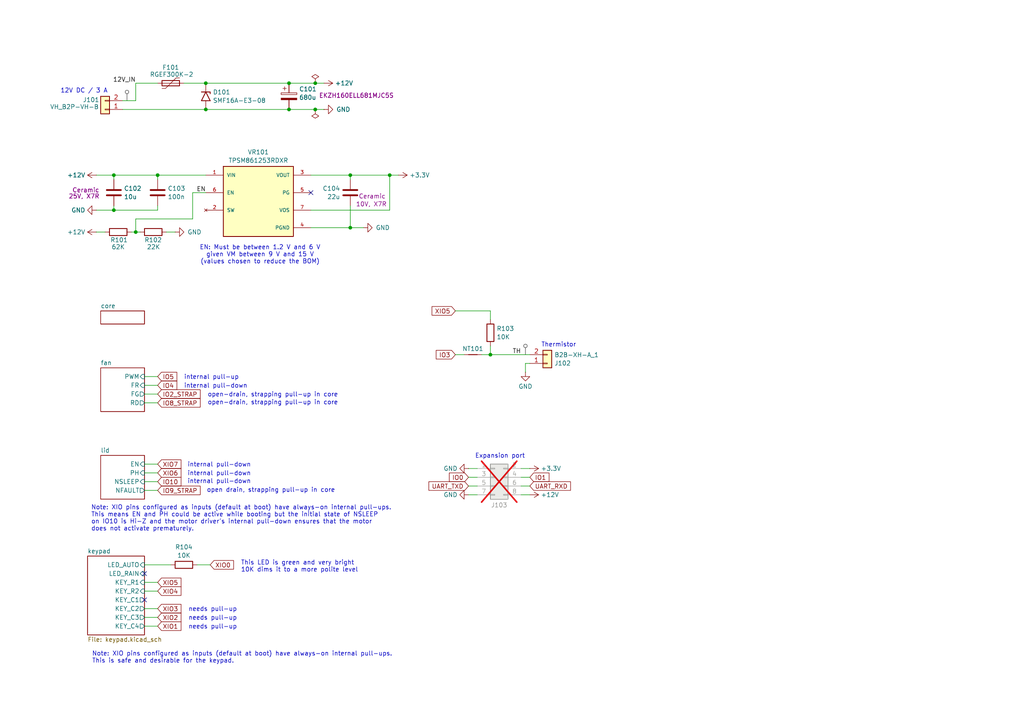
<source format=kicad_sch>
(kicad_sch (version 20231120) (generator "eeschema") (generator_version "8.0")
  (paper "A4")
  (title_block (title "Minuet Fan Controller") (rev "v1.1"))
  (lib_symbols
    (symbol "Connector_Generic:Conn_01x02" (pin_names (offset 1.016) hide)
      (property "Reference" "J" (at 0 2.54 0))
      (property "Value" "Conn_01x02" (at 0 -5.08 0))
      (symbol "Conn_01x02_1_1"
        (rectangle (start -1.27 -2.413) (end 0 -2.667) (stroke (width 0.1524)))
        (rectangle (start -1.27 0.127) (end 0 -0.127) (stroke (width 0.1524)))
        (rectangle (start -1.27 1.27) (end 1.27 -3.81) (stroke (width 0.254)) (fill (type background)))
        (pin passive line (at -5.08 0 0) (length 3.81) (name "Pin_1") (number "1"))
        (pin passive line (at -5.08 -2.54 0) (length 3.81) (name "Pin_2") (number "2"))
      )
    )
    (symbol "Connector_Generic:Conn_02x04_Odd_Even" (pin_names (offset 1.016) hide)
      (property "Reference" "J" (at 1.27 5.08 0))
      (property "Value" "Conn_02x04_Odd_Even" (at 1.27 -7.62 0))
      (symbol "Conn_02x04_Odd_Even_1_1"
        (rectangle (start -1.27 -4.953) (end 0 -5.207) (stroke (width 0.1524)))
        (rectangle (start -1.27 -2.413) (end 0 -2.667) (stroke (width 0.1524)))
        (rectangle (start -1.27 0.127) (end 0 -0.127) (stroke (width 0.1524)))
        (rectangle (start -1.27 2.667) (end 0 2.413) (stroke (width 0.1524)))
        (rectangle (start -1.27 3.81) (end 3.81 -6.35) (stroke (width 0.254)) (fill (type background)))
        (rectangle (start 3.81 -4.953) (end 2.54 -5.207) (stroke (width 0.1524)))
        (rectangle (start 3.81 -2.413) (end 2.54 -2.667) (stroke (width 0.1524)))
        (rectangle (start 3.81 0.127) (end 2.54 -0.127) (stroke (width 0.1524)))
        (rectangle (start 3.81 2.667) (end 2.54 2.413) (stroke (width 0.1524)))
        (pin passive line (at -5.08 2.54 0) (length 3.81) (name "Pin_1") (number "1"))
        (pin passive line (at 7.62 2.54 180) (length 3.81) (name "Pin_2") (number "2"))
        (pin passive line (at -5.08 0 0) (length 3.81) (name "Pin_3") (number "3"))
        (pin passive line (at 7.62 0 180) (length 3.81) (name "Pin_4") (number "4"))
        (pin passive line (at -5.08 -2.54 0) (length 3.81) (name "Pin_5") (number "5"))
        (pin passive line (at 7.62 -2.54 180) (length 3.81) (name "Pin_6") (number "6"))
        (pin passive line (at -5.08 -5.08 0) (length 3.81) (name "Pin_7") (number "7"))
        (pin passive line (at 7.62 -5.08 180) (length 3.81) (name "Pin_8") (number "8"))
      )
    )
    (symbol "Device:C" (pin_numbers hide) (pin_names (offset 0.254))
      (property "Reference" "C" (at 0.635 2.54 0))
      (property "Value" "C" (at 0.635 -2.54 0))
      (symbol "C_0_1"
        (polyline (pts (xy -2.032 -0.762) (xy 2.032 -0.762)) (stroke (width 0.508)))
        (polyline (pts (xy -2.032 0.762) (xy 2.032 0.762)) (stroke (width 0.508)))
      )
      (symbol "C_1_1"
        (pin passive line (at 0 3.81 270) (length 2.794) (name "~") (number "1"))
        (pin passive line (at 0 -3.81 90) (length 2.794) (name "~") (number "2"))
      )
    )
    (symbol "Device:C_Polarized" (pin_numbers hide) (pin_names (offset 0.254))
      (property "Reference" "C" (at 0.635 2.54 0))
      (property "Value" "C_Polarized" (at 0.635 -2.54 0))
      (symbol "C_Polarized_0_1"
        (rectangle (start -2.286 0.508) (end 2.286 1.016))
        (polyline (pts (xy -1.778 2.286) (xy -0.762 2.286)))
        (polyline (pts (xy -1.27 2.794) (xy -1.27 1.778)))
        (rectangle (start 2.286 -0.508) (end -2.286 -1.016) (fill (type outline)))
      )
      (symbol "C_Polarized_1_1"
        (pin passive line (at 0 3.81 270) (length 2.794) (name "~") (number "1"))
        (pin passive line (at 0 -3.81 90) (length 2.794) (name "~") (number "2"))
      )
    )
    (symbol "Device:NetTie_2" (pin_numbers hide) (pin_names (offset 0) hide) (in_bom no)
      (property "Reference" "NT" (at 0 1.27 0))
      (property "Value" "NetTie_2" (at 0 -1.27 0))
      (symbol "NetTie_2_0_1"
        (polyline (pts (xy -1.27 0) (xy 1.27 0)) (stroke (width 0.254)))
      )
      (symbol "NetTie_2_1_1"
        (pin passive line (at -2.54 0 0) (length 2.54) (name "1") (number "1"))
        (pin passive line (at 2.54 0 180) (length 2.54) (name "2") (number "2"))
      )
    )
    (symbol "Device:Polyfuse" (pin_numbers hide) (pin_names (offset 0))
      (property "Reference" "F" (at -2.54 0 90))
      (property "Value" "Polyfuse" (at 2.54 0 90))
      (symbol "Polyfuse_0_1"
        (rectangle (start -0.762 2.54) (end 0.762 -2.54) (stroke (width 0.254)))
        (polyline (pts (xy 0 2.54) (xy 0 -2.54)))
        (polyline (pts (xy -1.524 2.54) (xy -1.524 1.524) (xy 1.524 -1.524) (xy 1.524 -2.54)))
      )
      (symbol "Polyfuse_1_1"
        (pin passive line (at 0 3.81 270) (length 1.27) (name "~") (number "1"))
        (pin passive line (at 0 -3.81 90) (length 1.27) (name "~") (number "2"))
      )
    )
    (symbol "Device:R" (pin_numbers hide) (pin_names (offset 0))
      (property "Reference" "R" (at 2.032 0 90))
      (property "Value" "R" (at 0 0 90))
      (symbol "R_0_1"
        (rectangle (start -1.016 -2.54) (end 1.016 2.54) (stroke (width 0.254)))
      )
      (symbol "R_1_1"
        (pin passive line (at 0 3.81 270) (length 1.27) (name "~") (number "1"))
        (pin passive line (at 0 -3.81 90) (length 1.27) (name "~") (number "2"))
      )
    )
    (symbol "Diode:SMF16A" (pin_numbers hide) (pin_names (offset 1.016) hide)
      (property "Reference" "D" (at 0 2.54 0))
      (property "Value" "SMF16A" (at 0 -2.54 0))
      (symbol "SMF16A_0_1"
        (polyline (pts (xy -0.762 1.27) (xy -1.27 1.27) (xy -1.27 -1.27)) (stroke (width 0.254)))
        (polyline (pts (xy 1.27 1.27) (xy 1.27 -1.27) (xy -1.27 0) (xy 1.27 1.27)) (stroke (width 0.254)))
      )
      (symbol "SMF16A_1_1"
        (pin passive line (at -3.81 0 0) (length 2.54) (name "A1") (number "1"))
        (pin passive line (at 3.81 0 180) (length 2.54) (name "A2") (number "2"))
      )
    )
    (symbol "TPSM861253RDXR:TPSM861253RDXR" (pin_names (offset 1.016))
      (property "Reference" "VR" (at -10.16 10.922 0))
      (property "Value" "TPSM861253RDXR" (at -10.16 -12.7 0))
      (symbol "TPSM861253RDXR_0_0"
        (rectangle (start -10.16 -10.16) (end 10.16 10.16) (stroke (width 0.254)) (fill (type background)))
        (pin power_in line (at -15.24 7.62 0) (length 5.08) (name "VIN") (number "1"))
        (pin no_connect line (at -15.24 -2.54 0) (length 5.08) (name "SW") (number "2"))
        (pin power_out line (at 15.24 7.62 180) (length 5.08) (name "VOUT") (number "3"))
        (pin power_in line (at 15.24 -7.62 180) (length 5.08) (name "PGND") (number "4"))
        (pin output line (at 15.24 2.54 180) (length 5.08) (name "PG") (number "5"))
        (pin input line (at -15.24 2.54 0) (length 5.08) (name "EN") (number "6"))
        (pin input line (at 15.24 -2.54 180) (length 5.08) (name "VOS") (number "7"))
      )
    )
    (symbol "power:+12V" (power) (pin_numbers hide) (pin_names (offset 0) hide)
      (property "Value" "+12V" (at 0 3.556 0))
      (symbol "+12V_0_1"
        (polyline (pts (xy -0.762 1.27) (xy 0 2.54)))
        (polyline (pts (xy 0 0) (xy 0 2.54)))
        (polyline (pts (xy 0 2.54) (xy 0.762 1.27)))
      )
      (symbol "+12V_1_1"
        (pin power_in line (at 0 0 90) (length 0) (name "~") (number "1"))
      )
    )
    (symbol "power:+3.3V" (power) (pin_numbers hide) (pin_names (offset 0) hide)
      (property "Value" "+3.3V" (at 0 3.556 0))
      (symbol "+3.3V_0_1"
        (polyline (pts (xy -0.762 1.27) (xy 0 2.54)))
        (polyline (pts (xy 0 0) (xy 0 2.54)))
        (polyline (pts (xy 0 2.54) (xy 0.762 1.27)))
      )
      (symbol "+3.3V_1_1"
        (pin power_in line (at 0 0 90) (length 0) (name "~") (number "1"))
      )
    )
    (symbol "power:GND" (power) (pin_numbers hide) (pin_names (offset 0) hide)
      (property "Value" "GND" (at 0 -3.81 0))
      (symbol "GND_0_1"
        (polyline (pts (xy 0 0) (xy 0 -1.27) (xy 1.27 -1.27) (xy 0 -2.54) (xy -1.27 -1.27) (xy 0 -1.27)))
      )
      (symbol "GND_1_1"
        (pin power_in line (at 0 0 270) (length 0) (name "~") (number "1"))
      )
    )
    (symbol "power:PWR_FLAG" (power) (pin_numbers hide) (pin_names (offset 0) hide)
      (property "Value" "PWR_FLAG" (at 0 3.81 0))
      (symbol "PWR_FLAG_0_0"
        (pin power_out line (at 0 0 90) (length 0) (name "~") (number "1"))
      )
      (symbol "PWR_FLAG_0_1"
        (polyline (pts (xy 0 0) (xy 0 1.27) (xy -1.016 1.905) (xy 0 2.54) (xy 1.016 1.905) (xy 0 1.27)))
      )
    )
  )
  (junction (at 91.44 24.13))
  (junction (at 91.44 31.75))
  (junction (at 33.02 50.8))
  (junction (at 33.02 60.96))
  (junction (at 101.6 50.8))
  (junction (at 59.69 31.75))
  (junction (at 83.82 24.13))
  (junction (at 142.24 102.87))
  (junction (at 113.03 50.8))
  (junction (at 59.69 24.13))
  (junction (at 101.6 66.04))
  (junction (at 45.72 50.8))
  (junction (at 39.37 67.31))
  (junction (at 83.82 31.75))
  (no_connect (at 41.91 173.99))
  (no_connect (at 41.91 166.37))
  (no_connect (at 90.17 55.88))
  (wire (pts (xy 142.24 100.33) (xy 142.24 102.87)))
  (wire (pts (xy 33.02 50.8) (xy 45.72 50.8)))
  (wire (pts (xy 45.72 50.8) (xy 45.72 52.07)))
  (wire (pts (xy 38.1 67.31) (xy 39.37 67.31)))
  (wire (pts (xy 48.26 67.31) (xy 50.8 67.31)))
  (wire (pts (xy 41.91 142.24) (xy 45.72 142.24)))
  (wire (pts (xy 39.37 24.13) (xy 45.72 24.13)))
  (wire (pts (xy 41.91 179.07) (xy 45.72 179.07)))
  (wire (pts (xy 153.67 105.41) (xy 152.4 105.41)))
  (wire (pts (xy 41.91 171.45) (xy 45.72 171.45)))
  (wire (pts (xy 33.02 60.96) (xy 45.72 60.96)))
  (wire (pts (xy 90.17 60.96) (xy 113.03 60.96)))
  (wire (pts (xy 41.91 137.16) (xy 45.72 137.16)))
  (wire (pts (xy 39.37 24.13) (xy 39.37 29.21)))
  (wire (pts (xy 90.17 66.04) (xy 101.6 66.04)))
  (wire (pts (xy 55.88 55.88) (xy 55.88 63.5)))
  (wire (pts (xy 152.4 105.41) (xy 152.4 107.95)))
  (wire (pts (xy 41.91 111.76) (xy 45.72 111.76)))
  (wire (pts (xy 151.13 140.97) (xy 153.67 140.97)))
  (wire (pts (xy 59.69 24.13) (xy 83.82 24.13)))
  (wire (pts (xy 91.44 31.75) (xy 93.98 31.75)))
  (wire (pts (xy 33.02 50.8) (xy 33.02 52.07)))
  (wire (pts (xy 41.91 176.53) (xy 45.72 176.53)))
  (wire (pts (xy 33.02 60.96) (xy 33.02 59.69)))
  (wire (pts (xy 90.17 50.8) (xy 101.6 50.8)))
  (wire (pts (xy 113.03 50.8) (xy 115.57 50.8)))
  (wire (pts (xy 135.89 135.89) (xy 138.43 135.89)))
  (wire (pts (xy 53.34 24.13) (xy 59.69 24.13)))
  (wire (pts (xy 151.13 138.43) (xy 153.67 138.43)))
  (wire (pts (xy 142.24 102.87) (xy 153.67 102.87)))
  (wire (pts (xy 27.94 50.8) (xy 33.02 50.8)))
  (wire (pts (xy 142.24 90.17) (xy 142.24 92.71)))
  (wire (pts (xy 83.82 31.75) (xy 91.44 31.75)))
  (wire (pts (xy 113.03 50.8) (xy 113.03 60.96)))
  (wire (pts (xy 39.37 63.5) (xy 39.37 67.31)))
  (wire (pts (xy 132.08 102.87) (xy 134.62 102.87)))
  (wire (pts (xy 135.89 138.43) (xy 138.43 138.43)))
  (wire (pts (xy 101.6 59.69) (xy 101.6 66.04)))
  (wire (pts (xy 101.6 50.8) (xy 113.03 50.8)))
  (wire (pts (xy 101.6 50.8) (xy 101.6 52.07)))
  (wire (pts (xy 45.72 50.8) (xy 59.69 50.8)))
  (wire (pts (xy 101.6 66.04) (xy 105.41 66.04)))
  (wire (pts (xy 41.91 181.61) (xy 45.72 181.61)))
  (wire (pts (xy 135.89 143.51) (xy 138.43 143.51)))
  (wire (pts (xy 91.44 24.13) (xy 93.98 24.13)))
  (wire (pts (xy 41.91 114.3) (xy 45.72 114.3)))
  (wire (pts (xy 132.08 90.17) (xy 142.24 90.17)))
  (wire (pts (xy 83.82 24.13) (xy 91.44 24.13)))
  (wire (pts (xy 151.13 135.89) (xy 153.67 135.89)))
  (wire (pts (xy 45.72 59.69) (xy 45.72 60.96)))
  (wire (pts (xy 135.89 140.97) (xy 138.43 140.97)))
  (wire (pts (xy 59.69 55.88) (xy 55.88 55.88)))
  (wire (pts (xy 139.7 102.87) (xy 142.24 102.87)))
  (wire (pts (xy 41.91 163.83) (xy 49.53 163.83)))
  (wire (pts (xy 41.91 109.22) (xy 45.72 109.22)))
  (wire (pts (xy 39.37 29.21) (xy 35.56 29.21)))
  (wire (pts (xy 27.94 60.96) (xy 33.02 60.96)))
  (wire (pts (xy 35.56 31.75) (xy 59.69 31.75)))
  (wire (pts (xy 151.13 143.51) (xy 153.67 143.51)))
  (wire (pts (xy 27.94 67.31) (xy 30.48 67.31)))
  (wire (pts (xy 41.91 168.91) (xy 45.72 168.91)))
  (wire (pts (xy 41.91 116.84) (xy 45.72 116.84)))
  (wire (pts (xy 59.69 31.75) (xy 83.82 31.75)))
  (wire (pts (xy 41.91 134.62) (xy 45.72 134.62)))
  (wire (pts (xy 55.88 63.5) (xy 39.37 63.5)))
  (wire (pts (xy 39.37 67.31) (xy 40.64 67.31)))
  (wire (pts (xy 57.15 163.83) (xy 60.96 163.83)))
  (wire (pts (xy 41.91 139.7) (xy 45.72 139.7)))
  (text "Note: XIO pins configured as inputs (default at boot) have always-on internal pull-ups.\nThis means EN and PH could be active while booting but the initial state of NSLEEP\non IO10 is Hi-Z and the motor driver's internal pull-down ensures that the motor\ndoes not activate prematurely." (at 26.416 146.558 0) (effects (font (size 1.27 1.27)) (justify left top)))
  (text "internal pull-down" (at 54.356 139.7 0) (effects (font (size 1.27 1.27)) (justify left)))
  (text "internal pull-down" (at 54.356 134.874 0) (effects (font (size 1.27 1.27)) (justify left)))
  (text "12V DC / 3 A" (at 24.384 26.416 0) (effects (font (size 1.27 1.27))))
  (text "open-drain, strapping pull-up in core" (at 60.198 116.84 0) (effects (font (size 1.27 1.27)) (justify left)))
  (text "EN: Must be between 1.2 V and 6 V\ngiven VM between 9 V and 15 V\n(values chosen to reduce the BOM)" (at 75.438 73.914 0) (effects (font (size 1.27 1.27))))
  (text "internal pull-up" (at 53.34 109.474 0) (effects (font (size 1.27 1.27)) (justify left)))
  (text "open-drain, strapping pull-up in core" (at 60.198 114.554 0) (effects (font (size 1.27 1.27)) (justify left)))
  (text "This LED is green and very bright\n10K dims it to a more polite level" (at 69.85 164.338 0) (effects (font (size 1.27 1.27)) (justify left)))
  (text "needs pull-up" (at 54.61 181.864 0) (effects (font (size 1.27 1.27)) (justify left)))
  (text "Note: XIO pins configured as inputs (default at boot) have always-on internal pull-ups.\nThis is safe and desirable for the keypad." (at 26.67 188.976 0) (effects (font (size 1.27 1.27)) (justify left top)))
  (text "needs pull-up" (at 54.61 179.324 0) (effects (font (size 1.27 1.27)) (justify left)))
  (text "needs pull-up" (at 54.61 176.784 0) (effects (font (size 1.27 1.27)) (justify left)))
  (text "open drain, strapping pull-up in core" (at 59.944 142.24 0) (effects (font (size 1.27 1.27)) (justify left)))
  (text "Expansion port" (at 145.034 132.334 0) (effects (font (size 1.27 1.27))))
  (text "Thermistor" (at 162.052 100.076 0) (effects (font (size 1.27 1.27))))
  (text "internal pull-down" (at 54.356 137.414 0) (effects (font (size 1.27 1.27)) (justify left)))
  (text "internal pull-down" (at 53.34 112.014 0) (effects (font (size 1.27 1.27)) (justify left)))
  (label "TH" (at 151.13 102.87 180))
  (label "12V_IN" (at 39.37 24.13 180))
  (label "EN" (at 59.69 55.88 180))
  (global_label "XIO6" (shape input) (at 45.72 137.16 0) (property "Intersheetrefs" "${INTERSHEET_REFS}" (effects (hide yes))))
  (global_label "IO3" (shape input) (at 132.08 102.87 180) (property "Intersheetrefs" "${INTERSHEET_REFS}" (effects (hide yes))))
  (global_label "XIO2" (shape input) (at 45.72 179.07 0) (property "Intersheetrefs" "${INTERSHEET_REFS}" (effects (hide yes))))
  (global_label "XIO5" (shape input) (at 45.72 168.91 0) (property "Intersheetrefs" "${INTERSHEET_REFS}" (effects (hide yes))))
  (global_label "XIO1" (shape input) (at 45.72 181.61 0) (property "Intersheetrefs" "${INTERSHEET_REFS}" (effects (hide yes))))
  (global_label "IO4" (shape input) (at 45.72 111.76 0) (property "Intersheetrefs" "${INTERSHEET_REFS}" (effects (hide yes))))
  (global_label "UART_RXD" (shape input) (at 153.67 140.97 0) (property "Intersheetrefs" "${INTERSHEET_REFS}" (effects (hide yes))))
  (global_label "UART_TXD" (shape input) (at 135.89 140.97 180) (property "Intersheetrefs" "${INTERSHEET_REFS}" (effects (hide yes))))
  (global_label "XIO4" (shape input) (at 45.72 171.45 0) (property "Intersheetrefs" "${INTERSHEET_REFS}" (effects (hide yes))))
  (global_label "XIO7" (shape input) (at 45.72 134.62 0) (property "Intersheetrefs" "${INTERSHEET_REFS}" (effects (hide yes))))
  (global_label "XIO0" (shape input) (at 60.96 163.83 0) (property "Intersheetrefs" "${INTERSHEET_REFS}" (effects (hide yes))))
  (global_label "IO9_STRAP" (shape input) (at 45.72 142.24 0) (property "Intersheetrefs" "${INTERSHEET_REFS}" (effects (hide yes))))
  (global_label "IO1" (shape input) (at 153.67 138.43 0) (property "Intersheetrefs" "${INTERSHEET_REFS}" (effects (hide yes))))
  (global_label "IO5" (shape input) (at 45.72 109.22 0) (property "Intersheetrefs" "${INTERSHEET_REFS}" (effects (hide yes))))
  (global_label "IO8_STRAP" (shape input) (at 45.72 116.84 0) (property "Intersheetrefs" "${INTERSHEET_REFS}" (effects (hide yes))))
  (global_label "IO0" (shape input) (at 135.89 138.43 180) (property "Intersheetrefs" "${INTERSHEET_REFS}" (effects (hide yes))))
  (global_label "IO2_STRAP" (shape input) (at 45.72 114.3 0) (property "Intersheetrefs" "${INTERSHEET_REFS}" (effects (hide yes))))
  (global_label "XIO5" (shape input) (at 132.08 90.17 180) (property "Intersheetrefs" "${INTERSHEET_REFS}" (effects (hide yes))))
  (global_label "XIO3" (shape input) (at 45.72 176.53 0) (property "Intersheetrefs" "${INTERSHEET_REFS}" (effects (hide yes))))
  (global_label "IO10" (shape input) (at 45.72 139.7 0) (property "Intersheetrefs" "${INTERSHEET_REFS}" (effects (hide yes))))
  (netclass_flag "" (length 2.54) (shape round) (at 152.4 102.87 0) (property "Netclass" "Power" (effects (hide yes))))
  (netclass_flag "" (length 2.54) (shape round) (at 36.83 29.21 0) (property "Netclass" "Power-3A" (effects (hide yes))))
  (symbol (lib_id "power:+12V") (at 27.94 50.8 90) (unit 1)
    (property "Reference" "#PWR0103" (effects (hide yes)))
    (property "Value" "+12V" (at 24.765 50.8 90) (effects (justify left)))
    (property "Description" "Power symbol creates a global label with name \"+12V\"" (effects (hide yes)))
  )
  (symbol (lib_id "power:+3.3V") (at 115.57 50.8 270) (unit 1)
    (property "Reference" "#PWR0104" (effects (hide yes)))
    (property "Value" "+3.3V" (at 118.745 50.8 90) (effects (justify left)))
    (property "Description" "Power symbol creates a global label with name \"+3.3V\"" (effects (hide yes)))
  )
  (symbol (lib_id "power:GND") (at 152.4 107.95 0) (unit 1)
    (property "Reference" "#PWR0110" (effects (hide yes)))
    (property "Value" "GND" (at 152.4 112.0831 0))
    (property "Description" "Power symbol creates a global label with name \"GND\" , ground" (effects (hide yes)))
  )
  (symbol (lib_id "Device:C_Polarized") (at 83.82 27.94 0) (unit 1)
    (property "Reference" "C101" (at 86.741 25.8388 0) (effects (justify left)))
    (property "Value" "680u" (at 86.741 28.2631 0) (effects (justify left)))
    (property "Footprint" "Capacitor_THT:CP_Radial_D10.0mm_P5.00mm" (effects (hide yes)))
    (property "Description" "Polarized capacitor" (effects (hide yes)))
    (property "Part" "EKZH160ELL681MJC5S" (at 103.378 27.686 0))
  )
  (symbol (lib_id "power:GND") (at 135.89 143.51 270) (unit 1)
    (property "Reference" "#PWR0113" (effects (hide yes)))
    (property "Value" "GND" (at 132.7151 143.51 90) (effects (justify right)))
    (property "Description" "Power symbol creates a global label with name \"GND\" , ground" (effects (hide yes)))
  )
  (symbol (lib_id "power:GND") (at 105.41 66.04 90) (unit 1)
    (property "Reference" "#PWR0106" (effects (hide yes)))
    (property "Value" "GND" (at 108.966 66.04 90) (effects (justify right)))
    (property "Description" "Power symbol creates a global label with name \"GND\" , ground" (effects (hide yes)))
  )
  (symbol (lib_id "power:GND") (at 135.89 135.89 270) (unit 1)
    (property "Reference" "#PWR0111" (effects (hide yes)))
    (property "Value" "GND" (at 132.7151 135.89 90) (effects (justify right)))
    (property "Description" "Power symbol creates a global label with name \"GND\" , ground" (effects (hide yes)))
  )
  (symbol (lib_id "power:PWR_FLAG") (at 91.44 24.13 0) (unit 1)
    (property "Reference" "#FLG0101" (effects (hide yes)))
    (property "Value" "PWR_FLAG" (effects (hide yes)))
    (property "Description" "Special symbol for telling ERC where power comes from" (effects (hide yes)))
  )
  (symbol (lib_id "power:GND") (at 27.94 60.96 270) (unit 1)
    (property "Reference" "#PWR0105" (effects (hide yes)))
    (property "Value" "GND" (at 24.7651 60.96 90) (effects (justify right)))
    (property "Description" "Power symbol creates a global label with name \"GND\" , ground" (effects (hide yes)))
  )
  (symbol (lib_id "power:GND") (at 50.8 67.31 90) (unit 1)
    (property "Reference" "#PWR0108" (effects (hide yes)))
    (property "Value" "GND" (at 54.356 67.31 90) (effects (justify right)))
    (property "Description" "Power symbol creates a global label with name \"GND\" , ground" (effects (hide yes)))
  )
  (symbol (lib_id "power:+12V") (at 153.67 143.51 270) (unit 1)
    (property "Reference" "#PWR0114" (effects (hide yes)))
    (property "Value" "+12V" (at 156.845 143.51 90) (effects (justify left)))
    (property "Description" "Power symbol creates a global label with name \"+12V\"" (effects (hide yes)))
  )
  (symbol (lib_id "power:GND") (at 93.98 31.75 90) (unit 1)
    (property "Reference" "#PWR0102" (effects (hide yes)))
    (property "Value" "GND" (at 97.536 31.75 90) (effects (justify right)))
    (property "Description" "Power symbol creates a global label with name \"GND\" , ground" (effects (hide yes)))
  )
  (symbol (lib_id "power:+12V") (at 93.98 24.13 270) (unit 1)
    (property "Reference" "#PWR0101" (effects (hide yes)))
    (property "Value" "+12V" (at 97.155 24.13 90) (effects (justify left)))
    (property "Description" "Power symbol creates a global label with name \"+12V\"" (effects (hide yes)))
  )
  (symbol (lib_id "Connector_Generic:Conn_02x04_Odd_Even") (at 143.51 138.43 0) (unit 1) (in_bom no) (dnp yes)
    (property "Reference" "J103" (at 144.78 146.5001 0))
    (property "Value" "Conn_02x04" (effects (hide yes)))
    (property "Footprint" "Connector_PinHeader_2.54mm:PinHeader_2x04_P2.54mm_Vertical" (effects (hide yes)))
    (property "Description" "Generic connector, double row, 02x04, odd/even pin numbering scheme (row 1 odd numbers, row 2 even numbers), script generated (kicad-library-utils/schlib/autogen/connector/)" (effects (hide yes)))
  )
  (symbol (lib_id "Device:R") (at 53.34 163.83 270) (unit 1)
    (property "Reference" "R104" (at 53.34 158.6695 90))
    (property "Value" "10K" (at 53.34 161.0938 90))
    (property "Footprint" "Resistor_SMD:R_0603_1608Metric_Pad0.98x0.95mm_HandSolder" (effects (hide yes)))
    (property "Description" "Resistor" (effects (hide yes)))
  )
  (symbol (lib_id "power:+12V") (at 27.94 67.31 90) (unit 1)
    (property "Reference" "#PWR0107" (effects (hide yes)))
    (property "Value" "+12V" (at 24.765 67.31 90) (effects (justify left)))
    (property "Description" "Power symbol creates a global label with name \"+12V\"" (effects (hide yes)))
  )
  (symbol (lib_id "TPSM861253RDXR:TPSM861253RDXR") (at 74.93 58.42 0) (unit 1)
    (property "Reference" "VR101" (at 74.93 44.1155 0))
    (property "Value" "TPSM861253RDXR" (at 74.93 46.5398 0))
    (property "Footprint" "TPSM861253RDXR:VREG_TPSM861253RDXR" (effects (hide yes)))
    (property "Datasheet" "https://www.ti.com/lit/ds/symlink/tpsm861253.pdf?ts=1707934545074" (effects (hide yes)))
    (property "MF" "Texas Instruments" (effects (hide yes)))
    (property "MAXIMUM_PACKAGE_HEIGHT" "2.1mm" (effects (hide yes)))
    (property "Package" "PowerFQFN-7 Texas Instruments" (effects (hide yes)))
    (property "Price" "None" (effects (hide yes)))
    (property "Check_prices" "https://www.snapeda.com/parts/TPSM861253RDXR/Texas+Instruments/view-part/?ref=eda" (effects (hide yes)))
    (property "STANDARD" "Manufacturer Recommendations" (effects (hide yes)))
    (property "PARTREV" "B" (effects (hide yes)))
    (property "SnapEDA_Link" "https://www.snapeda.com/parts/TPSM861253RDXR/Texas+Instruments/view-part/?ref=snap" (effects (hide yes)))
    (property "MP" "TPSM861253RDXR" (effects (hide yes)))
    (property "Description_1" "\n                        \n                            3V to 17V input voltage, 3.3V, 1A output synchronous buck module in QFN package\n                        \n" (effects (hide yes)))
    (property "Availability" "In Stock" (effects (hide yes)))
    (property "MANUFACTURER" "Texas Instruments" (effects (hide yes)))
  )
  (symbol (lib_id "Device:C") (at 101.6 55.88 0) (mirror y) (unit 1)
    (property "Reference" "C104" (at 98.679 54.6678 0) (effects (justify left)))
    (property "Value" "22u" (at 98.679 57.0921 0) (effects (justify left)))
    (property "Footprint" "Capacitor_SMD:C_1206_3216Metric_Pad1.33x1.80mm_HandSolder" (effects (hide yes)))
    (property "Description" "Unpolarized capacitor" (effects (hide yes)))
    (property "Type" "Ceramic" (at 107.95 56.896 0))
    (property "Rating" "10V, X7R" (at 107.696 59.182 0))
  )
  (symbol (lib_id "power:+3.3V") (at 153.67 135.89 270) (unit 1)
    (property "Reference" "#PWR0112" (effects (hide yes)))
    (property "Value" "+3.3V" (at 156.845 135.89 90) (effects (justify left)))
    (property "Description" "Power symbol creates a global label with name \"+3.3V\"" (effects (hide yes)))
  )
  (symbol (lib_id "Device:NetTie_2") (at 137.16 102.87 0) (unit 1) (in_bom no)
    (property "Reference" "NT101" (at 137.16 101.1499 0))
    (property "Value" "NetTie_2" (effects (hide yes)))
    (property "Footprint" "Generic:NetTie-2_SMD_Pad0.3mm" (effects (hide yes)))
    (property "Description" "Net tie, 2 pins" (effects (hide yes)))
  )
  (symbol (lib_id "Device:Polyfuse") (at 49.53 24.13 90) (unit 1)
    (property "Reference" "F101" (at 49.53 19.558 90))
    (property "Value" "RGEF300K-2" (at 49.784 21.59 90))
    (property "Footprint" "RGEF300K-2:FUSRR505W81L660T250H1360" (effects (hide yes)))
    (property "Description" "Resettable fuse, polymeric positive temperature coefficient" (effects (hide yes)))
  )
  (symbol (lib_id "Device:C") (at 45.72 55.88 0) (unit 1)
    (property "Reference" "C103" (at 48.641 54.6678 0) (effects (justify left)))
    (property "Value" "100n" (at 48.641 57.0921 0) (effects (justify left)))
    (property "Footprint" "Capacitor_SMD:C_0603_1608Metric_Pad1.08x0.95mm_HandSolder" (effects (hide yes)))
    (property "Description" "Unpolarized capacitor" (effects (hide yes)))
  )
  (symbol (lib_id "Device:R") (at 34.29 67.31 90) (unit 1)
    (property "Reference" "R101" (at 34.544 69.596 90))
    (property "Value" "62K" (at 34.29 71.628 90))
    (property "Footprint" "Resistor_SMD:R_0603_1608Metric_Pad0.98x0.95mm_HandSolder" (effects (hide yes)))
    (property "Description" "Resistor" (effects (hide yes)))
  )
  (symbol (lib_id "Connector_Generic:Conn_01x02") (at 158.75 105.41 0) (mirror x) (unit 1)
    (property "Reference" "J102" (at 160.782 105.3522 0) (effects (justify left)))
    (property "Value" "B2B-XH-A_1" (at 160.782 102.9279 0) (effects (justify left)))
    (property "Footprint" "Connector_JST:JST_XH_B2B-XH-A_1x02_P2.50mm_Vertical" (effects (hide yes)))
    (property "Description" "Generic connector, single row, 01x02, script generated (kicad-library-utils/schlib/autogen/connector/)" (effects (hide yes)))
  )
  (symbol (lib_id "Diode:SMF16A") (at 59.69 27.94 270) (unit 1)
    (property "Reference" "D101" (at 61.722 26.7278 90) (effects (justify left)))
    (property "Value" "SMF16A-E3-08" (at 61.722 29.1521 90) (effects (justify left)))
    (property "Footprint" "Diode_SMD:D_SMF" (effects (hide yes)))
    (property "Datasheet" "https://www.vishay.com/doc?85881" (effects (hide yes)))
    (property "Description" "200W unidirectional Transil Transient Voltage Suppressor, 16Vrwm, SMF" (effects (hide yes)))
  )
  (symbol (lib_id "Device:R") (at 142.24 96.52 180) (unit 1)
    (property "Reference" "R103" (at 144.018 95.3078 0) (effects (justify right)))
    (property "Value" "10K" (at 144.018 97.7321 0) (effects (justify right)))
    (property "Footprint" "Resistor_SMD:R_0603_1608Metric_Pad0.98x0.95mm_HandSolder" (effects (hide yes)))
    (property "Description" "Resistor" (effects (hide yes)))
  )
  (symbol (lib_id "Device:C") (at 33.02 55.88 0) (unit 1)
    (property "Reference" "C102" (at 35.941 54.6678 0) (effects (justify left)))
    (property "Value" "10u" (at 35.941 57.0921 0) (effects (justify left)))
    (property "Footprint" "Capacitor_SMD:C_1206_3216Metric_Pad1.33x1.80mm_HandSolder" (effects (hide yes)))
    (property "Description" "Unpolarized capacitor" (effects (hide yes)))
    (property "Type" "Ceramic" (at 24.892 55.118 0))
    (property "Rating" "25V, X7R" (at 24.384 56.896 0))
  )
  (symbol (lib_id "Connector_Generic:Conn_01x02") (at 30.48 31.75 180) (unit 1)
    (property "Reference" "J101" (at 26.416 28.956 0))
    (property "Value" "VH_B2P-VH-B" (at 21.59 30.988 0))
    (property "Footprint" "Connector_JST:JST_VH_B2P-VH-B_1x02_P3.96mm_Vertical" (effects (hide yes)))
    (property "Description" "Generic connector, single row, 01x02, script generated (kicad-library-utils/schlib/autogen/connector/)" (effects (hide yes)))
  )
  (symbol (lib_id "Device:R") (at 44.45 67.31 90) (unit 1)
    (property "Reference" "R102" (at 46.99 69.596 90) (effects (justify left)))
    (property "Value" "22K" (at 46.482 71.628 90) (effects (justify left)))
    (property "Footprint" "Resistor_SMD:R_0603_1608Metric_Pad0.98x0.95mm_HandSolder" (effects (hide yes)))
    (property "Description" "Resistor" (effects (hide yes)))
  )
  (symbol (lib_id "power:PWR_FLAG") (at 91.44 31.75 180) (unit 1)
    (property "Reference" "#FLG0102" (effects (hide yes)))
    (property "Value" "PWR_FLAG" (effects (hide yes)))
    (property "Description" "Special symbol for telling ERC where power comes from" (effects (hide yes)))
  )
  (sheet (at 29.21 106.68) (size 12.7 12.7) (stroke (width 0.1524))
    (property "Sheetname" "fan" (at 29.21 105.9684 0) (effects (justify left bottom)))
    (property "Sheetfile" "fan.kicad_sch" (effects (hide yes)))
    (pin "FG" output (at 41.91 114.3 0))
    (pin "RD" output (at 41.91 116.84 0))
    (pin "PWM" input (at 41.91 109.22 0))
    (pin "FR" input (at 41.91 111.76 0))
  )
  (sheet (at 29.21 132.08) (size 12.7 12.7) (stroke (width 0.1524))
    (property "Sheetname" "lid" (at 29.21 131.3684 0) (effects (justify left bottom)))
    (property "Sheetfile" "lid.kicad_sch" (effects (hide yes)))
    (pin "EN" input (at 41.91 134.62 0))
    (pin "PH" input (at 41.91 137.16 0))
    (pin "NSLEEP" input (at 41.91 139.7 0))
    (pin "NFAULT" output (at 41.91 142.24 0))
  )
  (sheet (at 29.21 90.17) (size 12.7 3.81) (stroke (width 0.1524))
    (property "Sheetname" "core" (at 29.21 89.4584 0) (effects (justify left bottom)))
    (property "Sheetfile" "core.kicad_sch" (effects (hide yes)))
  )
  (sheet (at 25.4 161.29) (size 16.51 22.86) (stroke (width 0.1524))
    (property "Sheetname" "keypad" (at 25.4 160.5784 0) (effects (justify left bottom)))
    (property "Sheetfile" "keypad.kicad_sch" (at 25.4 184.7346 0) (effects (justify left top)))
    (pin "LED_AUTO" input (at 41.91 163.83 0))
    (pin "KEY_C4" output (at 41.91 181.61 0))
    (pin "LED_RAIN" input (at 41.91 166.37 0))
    (pin "KEY_C3" output (at 41.91 179.07 0))
    (pin "KEY_R1" input (at 41.91 168.91 0))
    (pin "KEY_C2" output (at 41.91 176.53 0))
    (pin "KEY_R2" input (at 41.91 171.45 0))
    (pin "KEY_C1" output (at 41.91 173.99 0))
  )
)
</source>
